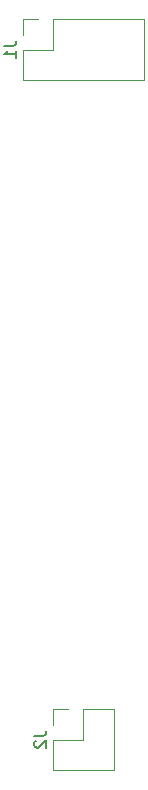
<source format=gbo>
G04 #@! TF.GenerationSoftware,KiCad,Pcbnew,(5.1.12-1-10_14)*
G04 #@! TF.CreationDate,2022-01-30T19:40:42+01:00*
G04 #@! TF.ProjectId,NixieDisplayMotherBoardV2,4e697869-6544-4697-9370-6c61794d6f74,rev?*
G04 #@! TF.SameCoordinates,Original*
G04 #@! TF.FileFunction,Legend,Bot*
G04 #@! TF.FilePolarity,Positive*
%FSLAX46Y46*%
G04 Gerber Fmt 4.6, Leading zero omitted, Abs format (unit mm)*
G04 Created by KiCad (PCBNEW (5.1.12-1-10_14)) date 2022-01-30 19:40:42*
%MOMM*%
%LPD*%
G01*
G04 APERTURE LIST*
%ADD10C,0.120000*%
%ADD11C,0.150000*%
%ADD12C,1.600000*%
%ADD13C,1.000000*%
%ADD14C,2.000000*%
%ADD15C,1.440000*%
%ADD16O,1.955800X1.270000*%
%ADD17O,3.500000X3.500000*%
%ADD18O,1.700000X1.700000*%
%ADD19R,1.700000X1.700000*%
%ADD20R,3.500000X3.500000*%
%ADD21O,1.676400X1.270000*%
%ADD22O,1.676400X1.676400*%
%ADD23O,1.524000X1.524000*%
%ADD24C,0.800000*%
%ADD25C,6.400000*%
%ADD26O,2.400000X2.400000*%
%ADD27R,2.400000X2.400000*%
%ADD28R,1.600000X1.600000*%
G04 APERTURE END LIST*
D10*
X145475000Y-128210000D02*
X145475000Y-133410000D01*
X142875000Y-128210000D02*
X145475000Y-128210000D01*
X140275000Y-133410000D02*
X145475000Y-133410000D01*
X142875000Y-128210000D02*
X142875000Y-130810000D01*
X142875000Y-130810000D02*
X140275000Y-130810000D01*
X140275000Y-130810000D02*
X140275000Y-133410000D01*
X141605000Y-128210000D02*
X140275000Y-128210000D01*
X140275000Y-128210000D02*
X140275000Y-129540000D01*
X148015000Y-69790000D02*
X148015000Y-74990000D01*
X140335000Y-69790000D02*
X148015000Y-69790000D01*
X137735000Y-74990000D02*
X148015000Y-74990000D01*
X140335000Y-69790000D02*
X140335000Y-72390000D01*
X140335000Y-72390000D02*
X137735000Y-72390000D01*
X137735000Y-72390000D02*
X137735000Y-74990000D01*
X139065000Y-69790000D02*
X137735000Y-69790000D01*
X137735000Y-69790000D02*
X137735000Y-71120000D01*
D11*
X138727380Y-130476666D02*
X139441666Y-130476666D01*
X139584523Y-130429047D01*
X139679761Y-130333809D01*
X139727380Y-130190952D01*
X139727380Y-130095714D01*
X138822619Y-130905238D02*
X138775000Y-130952857D01*
X138727380Y-131048095D01*
X138727380Y-131286190D01*
X138775000Y-131381428D01*
X138822619Y-131429047D01*
X138917857Y-131476666D01*
X139013095Y-131476666D01*
X139155952Y-131429047D01*
X139727380Y-130857619D01*
X139727380Y-131476666D01*
X136187380Y-72056666D02*
X136901666Y-72056666D01*
X137044523Y-72009047D01*
X137139761Y-71913809D01*
X137187380Y-71770952D01*
X137187380Y-71675714D01*
X137187380Y-73056666D02*
X137187380Y-72485238D01*
X137187380Y-72770952D02*
X136187380Y-72770952D01*
X136330238Y-72675714D01*
X136425476Y-72580476D01*
X136473095Y-72485238D01*
%LPC*%
D12*
X96443800Y-119832000D03*
X96443800Y-116332000D03*
D13*
X192441300Y-80518000D03*
X190741300Y-80518000D03*
D14*
X194523500Y-116967000D03*
X194523500Y-121467000D03*
X188023500Y-116967000D03*
X188023500Y-121467000D03*
X194523500Y-107378500D03*
X194523500Y-111878500D03*
X188023500Y-107378500D03*
X188023500Y-111878500D03*
X194460000Y-97790000D03*
X194460000Y-102290000D03*
X187960000Y-97790000D03*
X187960000Y-102290000D03*
D12*
X90043000Y-84614000D03*
X90043000Y-86614000D03*
X90043000Y-88614000D03*
G36*
G01*
X89243000Y-81664000D02*
X90843000Y-81664000D01*
G75*
G02*
X91243000Y-82064000I0J-400000D01*
G01*
X91243000Y-82864000D01*
G75*
G02*
X90843000Y-83264000I-400000J0D01*
G01*
X89243000Y-83264000D01*
G75*
G02*
X88843000Y-82864000I0J400000D01*
G01*
X88843000Y-82064000D01*
G75*
G02*
X89243000Y-81664000I400000J0D01*
G01*
G37*
G36*
G01*
X89243000Y-89964000D02*
X90843000Y-89964000D01*
G75*
G02*
X91243000Y-90364000I0J-400000D01*
G01*
X91243000Y-91164000D01*
G75*
G02*
X90843000Y-91564000I-400000J0D01*
G01*
X89243000Y-91564000D01*
G75*
G02*
X88843000Y-91164000I0J400000D01*
G01*
X88843000Y-90364000D01*
G75*
G02*
X89243000Y-89964000I400000J0D01*
G01*
G37*
D15*
X128143000Y-130937000D03*
X128143000Y-128397000D03*
X128143000Y-125857000D03*
D16*
X118237000Y-126047500D03*
X118237000Y-128587500D03*
X118237000Y-131127500D03*
D17*
X101577000Y-128587500D03*
D18*
X169989500Y-130873500D03*
X169989500Y-128333500D03*
X172529500Y-130873500D03*
X172529500Y-128333500D03*
X175069500Y-130873500D03*
X175069500Y-128333500D03*
X177609500Y-130873500D03*
X177609500Y-128333500D03*
X180149500Y-130873500D03*
D19*
X180149500Y-128333500D03*
G36*
G01*
X96850000Y-102857000D02*
X96850000Y-101107000D01*
G75*
G02*
X97725000Y-100232000I875000J0D01*
G01*
X99475000Y-100232000D01*
G75*
G02*
X100350000Y-101107000I0J-875000D01*
G01*
X100350000Y-102857000D01*
G75*
G02*
X99475000Y-103732000I-875000J0D01*
G01*
X97725000Y-103732000D01*
G75*
G02*
X96850000Y-102857000I0J875000D01*
G01*
G37*
G36*
G01*
X94100000Y-98282000D02*
X94100000Y-96282000D01*
G75*
G02*
X94850000Y-95532000I750000J0D01*
G01*
X96350000Y-95532000D01*
G75*
G02*
X97100000Y-96282000I0J-750000D01*
G01*
X97100000Y-98282000D01*
G75*
G02*
X96350000Y-99032000I-750000J0D01*
G01*
X94850000Y-99032000D01*
G75*
G02*
X94100000Y-98282000I0J750000D01*
G01*
G37*
D20*
X101600000Y-97282000D03*
D21*
X144145000Y-132080000D03*
D22*
X144145000Y-129540000D03*
D21*
X141605000Y-132080000D03*
D22*
X141605000Y-129540000D03*
D23*
X146685000Y-73660000D03*
X146685000Y-71120000D03*
X144145000Y-73660000D03*
X144145000Y-71120000D03*
X141605000Y-73660000D03*
X141605000Y-71120000D03*
X139065000Y-73660000D03*
X139065000Y-71120000D03*
D24*
X195372056Y-128477944D03*
X193675000Y-127775000D03*
X191977944Y-128477944D03*
X191275000Y-130175000D03*
X191977944Y-131872056D03*
X193675000Y-132575000D03*
X195372056Y-131872056D03*
X196075000Y-130175000D03*
D25*
X193675000Y-130175000D03*
D24*
X93772056Y-128477944D03*
X92075000Y-127775000D03*
X90377944Y-128477944D03*
X89675000Y-130175000D03*
X90377944Y-131872056D03*
X92075000Y-132575000D03*
X93772056Y-131872056D03*
X94475000Y-130175000D03*
D25*
X92075000Y-130175000D03*
D24*
X195372056Y-71327944D03*
X193675000Y-70625000D03*
X191977944Y-71327944D03*
X191275000Y-73025000D03*
X191977944Y-74722056D03*
X193675000Y-75425000D03*
X195372056Y-74722056D03*
X196075000Y-73025000D03*
D25*
X193675000Y-73025000D03*
D24*
X93772056Y-71327944D03*
X92075000Y-70625000D03*
X90377944Y-71327944D03*
X89675000Y-73025000D03*
X90377944Y-74722056D03*
X92075000Y-75425000D03*
X93772056Y-74722056D03*
X94475000Y-73025000D03*
D25*
X92075000Y-73025000D03*
D26*
X128905000Y-118872000D03*
D27*
X144145000Y-118872000D03*
D12*
X150622000Y-122372000D03*
D28*
X150622000Y-118872000D03*
D12*
X120967500Y-97020500D03*
X120967500Y-100520500D03*
M02*

</source>
